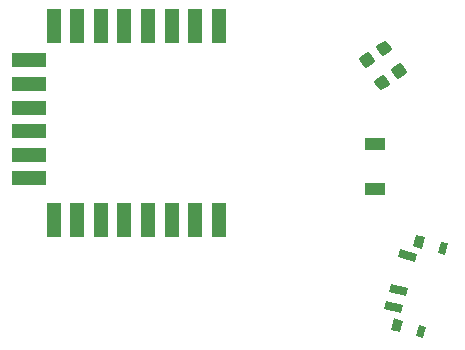
<source format=gbr>
G04 EAGLE Gerber RS-274X export*
G75*
%MOMM*%
%FSLAX34Y34*%
%LPD*%
%INSolderpaste Bottom*%
%IPPOS*%
%AMOC8*
5,1,8,0,0,1.08239X$1,22.5*%
G01*
%ADD10C,0.300000*%
%ADD11R,0.700000X1.500000*%
%ADD12R,1.000000X0.600000*%
%ADD13R,1.000000X0.800000*%
%ADD14R,1.700000X1.000000*%
%ADD15R,1.200000X3.000000*%
%ADD16R,3.000000X1.200000*%


D10*
X411057Y377446D02*
X407042Y383179D01*
X412775Y387194D01*
X416790Y381461D01*
X411057Y377446D01*
X409061Y380296D02*
X415127Y380296D01*
X415610Y383146D02*
X407065Y383146D01*
X411064Y385996D02*
X413614Y385996D01*
X421410Y393239D02*
X425425Y387506D01*
X421410Y393239D02*
X427143Y397254D01*
X431158Y391521D01*
X425425Y387506D01*
X423429Y390356D02*
X429495Y390356D01*
X429978Y393206D02*
X421433Y393206D01*
X425432Y396056D02*
X427982Y396056D01*
X439843Y378204D02*
X443858Y372471D01*
X438125Y368456D01*
X434110Y374189D01*
X439843Y378204D01*
X442195Y371306D02*
X436129Y371306D01*
X434133Y374156D02*
X442678Y374156D01*
X440682Y377006D02*
X438132Y377006D01*
X425475Y368144D02*
X429490Y362411D01*
X423757Y358396D01*
X419742Y364129D01*
X425475Y368144D01*
X427827Y361246D02*
X421761Y361246D01*
X419765Y364096D02*
X428310Y364096D01*
X426314Y366946D02*
X423764Y366946D01*
D11*
G36*
X426323Y171857D02*
X428135Y178617D01*
X442623Y174735D01*
X440811Y167975D01*
X426323Y171857D01*
G37*
G36*
X430205Y186346D02*
X432017Y193106D01*
X446505Y189224D01*
X444693Y182464D01*
X430205Y186346D01*
G37*
G36*
X437970Y215324D02*
X439782Y222084D01*
X454270Y218202D01*
X452458Y211442D01*
X437970Y215324D01*
G37*
D12*
G36*
X461603Y156709D02*
X459015Y147050D01*
X453221Y148603D01*
X455809Y158262D01*
X461603Y156709D01*
G37*
D13*
G36*
X442285Y161885D02*
X439697Y152227D01*
X431971Y154297D01*
X434559Y163955D01*
X442285Y161885D01*
G37*
D12*
G36*
X480497Y227221D02*
X477909Y217562D01*
X472115Y219115D01*
X474703Y228774D01*
X480497Y227221D01*
G37*
D13*
G36*
X461179Y232397D02*
X458591Y222739D01*
X450865Y224809D01*
X453453Y234467D01*
X461179Y232397D01*
G37*
D14*
X419100Y311100D03*
X419100Y273100D03*
D15*
X286600Y247200D03*
X266600Y247200D03*
X246600Y247200D03*
X226600Y247200D03*
X206600Y247200D03*
X186600Y247200D03*
X166600Y247200D03*
X146600Y247200D03*
X286600Y411200D03*
X266600Y411200D03*
X226600Y411200D03*
X246600Y411200D03*
X206600Y411200D03*
X186600Y411200D03*
X166600Y411200D03*
X146600Y411200D03*
D16*
X125600Y362200D03*
X125600Y342200D03*
X125600Y322200D03*
X125600Y302200D03*
X125600Y282200D03*
X125600Y382200D03*
M02*

</source>
